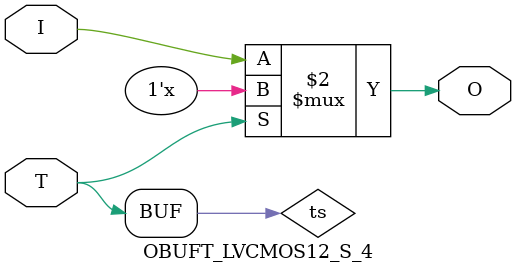
<source format=v>

/*

FUNCTION	: TRI-STATE OUTPUT BUFFER

*/

`celldefine
`timescale  100 ps / 10 ps

module OBUFT_LVCMOS12_S_4 (O, I, T);

    output O;

    input  I, T;

    or O1 (ts, 1'b0, T);
    bufif0 T1 (O, I, ts);

endmodule

</source>
